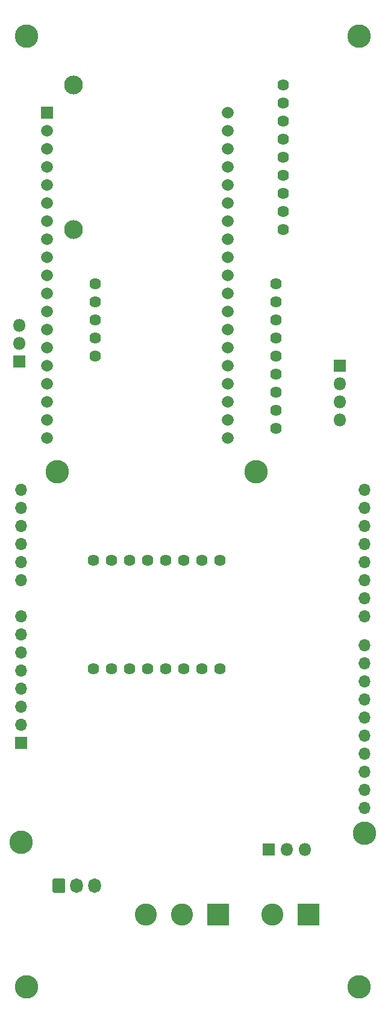
<source format=gts>
G04 #@! TF.GenerationSoftware,KiCad,Pcbnew,5.1.6-c6e7f7d~87~ubuntu20.04.1*
G04 #@! TF.CreationDate,2020-08-06T14:16:39-04:00*
G04 #@! TF.ProjectId,Buoy_WithGSM,42756f79-5f57-4697-9468-47534d2e6b69,Leonardo Ward*
G04 #@! TF.SameCoordinates,Original*
G04 #@! TF.FileFunction,Soldermask,Top*
G04 #@! TF.FilePolarity,Negative*
%FSLAX46Y46*%
G04 Gerber Fmt 4.6, Leading zero omitted, Abs format (unit mm)*
G04 Created by KiCad (PCBNEW 5.1.6-c6e7f7d~87~ubuntu20.04.1) date 2020-08-06 14:16:39*
%MOMM*%
%LPD*%
G01*
G04 APERTURE LIST*
%ADD10C,3.300000*%
%ADD11O,1.700000X1.700000*%
%ADD12R,1.700000X1.700000*%
%ADD13R,1.660000X1.660000*%
%ADD14C,1.660000*%
%ADD15C,2.640000*%
%ADD16C,1.624000*%
%ADD17O,1.800000X2.050000*%
%ADD18R,3.100000X3.100000*%
%ADD19C,3.100000*%
%ADD20R,1.800000X1.800000*%
%ADD21O,1.800000X1.800000*%
G04 APERTURE END LIST*
D10*
X107924600Y-37871400D03*
X154660600Y-37871400D03*
X154660600Y-171475400D03*
X107924600Y-171475400D03*
D11*
X155422600Y-146325400D03*
X155422600Y-143785400D03*
D12*
X107162600Y-137185400D03*
D11*
X155422600Y-106705400D03*
X107162600Y-134645400D03*
X155422600Y-109245400D03*
X107162600Y-132105400D03*
X155422600Y-111785400D03*
X107162600Y-129565400D03*
X155422600Y-114325400D03*
X107162600Y-127025400D03*
X155422600Y-116865400D03*
X107162600Y-124485400D03*
X155422600Y-119405400D03*
X107162600Y-121945400D03*
X155422600Y-123465400D03*
X107162600Y-119405400D03*
X155422600Y-126005400D03*
X107162600Y-114325400D03*
X155422600Y-128545400D03*
X107162600Y-111785400D03*
X155422600Y-131085400D03*
X107162600Y-109245400D03*
X155422600Y-133625400D03*
X107162600Y-106705400D03*
X155422600Y-136165400D03*
X107162600Y-104165400D03*
X155422600Y-138705400D03*
X107162600Y-101625400D03*
X155422600Y-141245400D03*
X155422600Y-101625400D03*
X155422600Y-104165400D03*
D10*
X107162600Y-151155400D03*
X155422600Y-149885400D03*
X140182600Y-99085400D03*
X112242600Y-99085400D03*
D13*
X110866601Y-48584401D03*
D14*
X110866601Y-51124401D03*
X110866601Y-94304401D03*
X110866601Y-53664401D03*
X110866601Y-56204401D03*
X110866601Y-58744401D03*
X110866601Y-61284401D03*
X110866601Y-63824401D03*
X110866601Y-66364401D03*
X110866601Y-68904401D03*
X110866601Y-71444401D03*
X110866601Y-73984401D03*
X110866601Y-76524401D03*
X110866601Y-79064401D03*
X110866601Y-81604401D03*
X110866601Y-84144401D03*
X110866601Y-86684401D03*
X110866601Y-89224401D03*
X110866601Y-91764401D03*
X136266601Y-48584401D03*
X136266601Y-51124401D03*
X136266601Y-53664401D03*
X136266601Y-56204401D03*
X136266601Y-58744401D03*
X136266601Y-61284401D03*
X136266601Y-63824401D03*
X136266601Y-66364401D03*
X136266601Y-68904401D03*
X136266601Y-71444401D03*
X136266601Y-73984401D03*
X136266601Y-76524401D03*
X136266601Y-79064401D03*
X136266601Y-81604401D03*
X136266601Y-84144401D03*
X136266601Y-86684401D03*
X136266601Y-89224401D03*
X136266601Y-91764401D03*
X136266601Y-94304401D03*
D15*
X114528600Y-44729400D03*
X114528600Y-65049400D03*
D16*
X143992600Y-65049400D03*
X143992600Y-62509400D03*
X143992600Y-59969400D03*
X143992600Y-57429400D03*
X143992600Y-54889400D03*
X143992600Y-52349400D03*
X143992600Y-49809400D03*
X143992600Y-47269400D03*
X143992600Y-44729400D03*
X142976600Y-72669400D03*
X142976600Y-75209400D03*
X142976600Y-77749400D03*
X142976600Y-80289400D03*
X142976600Y-82829400D03*
X142976600Y-85369400D03*
X142976600Y-87909400D03*
X142976600Y-90449400D03*
X142976600Y-92989400D03*
X117576600Y-82829400D03*
X117576600Y-80289400D03*
X117576600Y-77749400D03*
X117576600Y-75209400D03*
X117576600Y-72669400D03*
G36*
G01*
X111596600Y-158011694D02*
X111596600Y-156491106D01*
G75*
G02*
X111861306Y-156226400I264706J0D01*
G01*
X113131894Y-156226400D01*
G75*
G02*
X113396600Y-156491106I0J-264706D01*
G01*
X113396600Y-158011694D01*
G75*
G02*
X113131894Y-158276400I-264706J0D01*
G01*
X111861306Y-158276400D01*
G75*
G02*
X111596600Y-158011694I0J264706D01*
G01*
G37*
D17*
X114996600Y-157251400D03*
X117496600Y-157251400D03*
D18*
X134848600Y-161315400D03*
D19*
X129768600Y-161315400D03*
X124688600Y-161315400D03*
D18*
X147548600Y-161315400D03*
D19*
X142468600Y-161315400D03*
D16*
X117322600Y-126771400D03*
X119862600Y-126771400D03*
X122402600Y-126771400D03*
X124942600Y-126771400D03*
X127482600Y-126771400D03*
X130022600Y-126771400D03*
X132562600Y-126771400D03*
X135102600Y-126771400D03*
X135102600Y-111531400D03*
X132562600Y-111531400D03*
X130022600Y-111531400D03*
X127482600Y-111531400D03*
X124942600Y-111531400D03*
X122402600Y-111531400D03*
X119862600Y-111531400D03*
X117322600Y-111531400D03*
D20*
X141960600Y-152171400D03*
D21*
X144500600Y-152171400D03*
X147040600Y-152171400D03*
X106908600Y-78511400D03*
X106908600Y-81051400D03*
D20*
X106908600Y-83591400D03*
X151968200Y-84175600D03*
D21*
X151968200Y-86715600D03*
X151968200Y-89255600D03*
X151968200Y-91795600D03*
M02*

</source>
